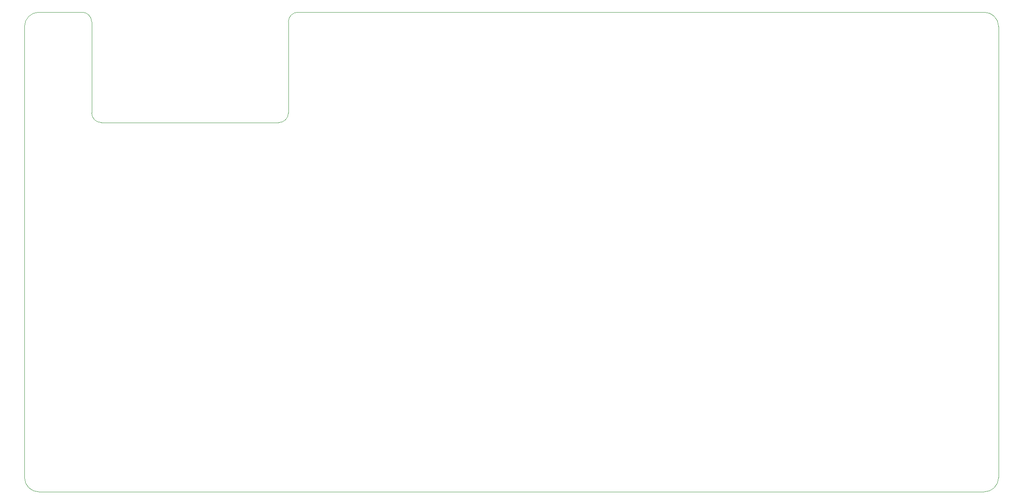
<source format=gbr>
G04 #@! TF.GenerationSoftware,KiCad,Pcbnew,5.1.6-c6e7f7d~86~ubuntu20.04.1*
G04 #@! TF.CreationDate,2020-05-31T10:56:46+02:00*
G04 #@! TF.ProjectId,HPPSI02,48505053-4930-4322-9e6b-696361645f70,rev?*
G04 #@! TF.SameCoordinates,Original*
G04 #@! TF.FileFunction,Profile,NP*
%FSLAX46Y46*%
G04 Gerber Fmt 4.6, Leading zero omitted, Abs format (unit mm)*
G04 Created by KiCad (PCBNEW 5.1.6-c6e7f7d~86~ubuntu20.04.1) date 2020-05-31 10:56:46*
%MOMM*%
%LPD*%
G01*
G04 APERTURE LIST*
G04 #@! TA.AperFunction,Profile*
%ADD10C,0.050000*%
G04 #@! TD*
G04 APERTURE END LIST*
D10*
X53000000Y-130000000D02*
X50000000Y-130000000D01*
X56000000Y-30000000D02*
X59000000Y-30000000D01*
X106000000Y-30000000D02*
X247000000Y-30000000D01*
X250000000Y-33000000D02*
X250000000Y-127000000D01*
X247000000Y-30000000D02*
G75*
G02*
X250000000Y-33000000I0J-3000000D01*
G01*
X63000000Y-53000000D02*
X64000000Y-53000000D01*
X106000000Y-30000000D02*
X104000000Y-30000000D01*
X102000000Y-32000000D02*
G75*
G02*
X104000000Y-30000000I2000000J0D01*
G01*
X55000000Y-30000000D02*
X56000000Y-30000000D01*
X59000000Y-30000000D02*
G75*
G02*
X61000000Y-32000000I0J-2000000D01*
G01*
X63000000Y-53000000D02*
G75*
G02*
X61000000Y-51000000I0J2000000D01*
G01*
X102000000Y-51000000D02*
G75*
G02*
X100000000Y-53000000I-2000000J0D01*
G01*
X50000000Y-30000000D02*
X55000000Y-30000000D01*
X61000000Y-51000000D02*
X61000000Y-32000000D01*
X100000000Y-53000000D02*
X64000000Y-53000000D01*
X102000000Y-32000000D02*
X102000000Y-51000000D01*
X47000000Y-33000000D02*
G75*
G02*
X50000000Y-30000000I3000000J0D01*
G01*
X47000000Y-127000000D02*
X47000000Y-33000000D01*
X247000000Y-130000000D02*
X53000000Y-130000000D01*
X250000000Y-127000000D02*
G75*
G02*
X247000000Y-130000000I-3000000J0D01*
G01*
X50000000Y-130000000D02*
G75*
G02*
X47000000Y-127000000I0J3000000D01*
G01*
M02*

</source>
